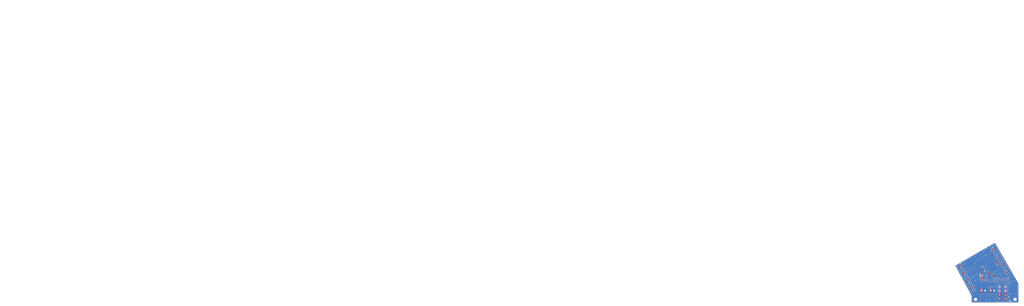
<source format=kicad_pcb>
(kicad_pcb (version 20241229) (generator "pcbnew") (generator_version "9.0")
  (layers (0 "F.Cu" signal) (2 "B.Cu" signal) (13 "F.Paste" user) (15 "B.Paste" user) (5 "F.SilkS" user "F.Silkscreen") (7 "B.SilkS" user "B.Silkscreen") (1 "F.Mask" user) (3 "B.Mask" user) (25 "Edge.Cuts" user))
  (net 0 "")
  (net 1 "+12V")
  (net 2 "GND")
  (net 3 "V+")
  (net 4 "Net-(U1-BOOT)")
  (net 5 "Net-(D3-K)")
  (net 6 "Net-(LED3-A)")
  (net 7 "Vsense")
  (net 9 "+V_SW")
  (footprint "Resistor_SMD:R_0402_1005Metric" (layer "F.Cu") (at 104.25 77.75 30)
    (property "Reference" "R4" (hide yes))
    (property "Value" "22k")
  )
  (footprint "OPL_Capacitor:C0603" (layer "F.Cu") (at 107.833681 88.059044 -150)
    (property "Reference" "C9" (hide yes))
    (property "Value" "0.01u")
  )
  (footprint "LED_SMD:LED_0603_1608Metric_Pad1.05x0.95mm_HandSolder" (layer "F.Cu") (at 101.651924 79.250001 30)
    (property "Reference" "LED3" (hide yes))
    (property "Value" "19-217/GHC-YR1S2/3T")
  )
  (footprint "Connector_JST:JST_VH_B2PS-VH_1x02_P3.96mm_Horizontal" (layer "F.Cu") (at 112.747658 105.711377)
    (property "Reference" "J1" (hide yes))
    (property "Value" "Conn_01x02")
  )
  (footprint "Capacitor_SMD:CP_Elec_10x10" (layer "F.Cu") (at 89.722036 76.00269 -150)
    (property "Reference" "C2" (hide yes))
    (property "Value" "470u")
  )
  (footprint "Potentiometer_SMD:Potentiometer_Bourns_3314J_Vertical" (layer "F.Cu") (at 105.45868 83.945424 120)
    (property "Reference" "RV1" (hide yes))
    (property "Value" "20k")
  )
  (footprint "Connector_JST:JST_XH_B2B-XH-A_1x02_P2.50mm_Vertical" (layer "F.Cu") (at 130.642372 84.847722 120)
    (property "Reference" "J6" (hide yes))
    (property "Value" "Conn_01x02")
  )
  (footprint "Connector_JST:JST_VH_B2PS-VH_1x02_P3.96mm_Horizontal" (layer "F.Cu") (at 102.58942 105.740954)
    (property "Reference" "J2" (hide yes))
    (property "Value" "Conn_01x02")
  )
  (footprint "snapeda:CONV_TPS5450DDAR" (layer "F.Cu") (at 109.455571 91.568242 30)
    (property "Reference" "U1" (hide yes))
    (property "Value" "TPS5450DDAR")
  )
  (footprint "Capacitor_SMD:CP_Elec_6.3x7.7" (layer "F.Cu") (at 114.722036 99.00269 180)
    (property "Reference" "C5" (hide yes))
    (property "Value" "100u")
  )
  (footprint "Diode_SMD:D_SMA" (layer "F.Cu") (at 120.374484 85.930234 30)
    (property "Reference" "D3" (hide yes))
    (property "Value" "SS54 550mV@5A 40V")
  )
  (footprint "my_footprint:TP_1PAD" (layer "F.Cu") (at 110.86477 86.309044 120)
    (property "Reference" "TP4" (hide yes))
    (property "Value" "TestPoint")
  )
  (footprint "Connector_JST:JST_XH_B2B-XH-A_1x02_P2.50mm_Vertical" (layer "F.Cu") (at 121.228914 68.487691 120)
    (property "Reference" "J8" (hide yes))
    (property "Value" "Conn_01x02")
  )
  (footprint "Capacitor_SMD:CP_Elec_6.3x7.7" (layer "F.Cu") (at 135.222036 93.00269 180)
    (property "Reference" "C4" (hide yes))
    (property "Value" "220u")
  )
  (footprint "my_footprint:TP_1PAD" (layer "F.Cu") (at 116.045593 88.906374 120)
    (property "Reference" "TP2" (hide yes))
    (property "Value" "TestPoint")
  )
  (footprint "my_footprint:TP_1PAD" (layer "F.Cu") (at 101.610553 88.45269 120)
    (property "Reference" "TP3" (hide yes))
    (property "Value" "TestPoint")
  )
  (footprint "Connector_JST:JST_XH_B2B-XH-A_1x02_P2.50mm_Vertical" (layer "F.Cu") (at 79.089783 78.869964 -62)
    (property "Reference" "J9" (hide yes))
    (property "Value" "Conn_01x02")
  )
  (footprint "Connector_JST:JST_XH_B2B-XH-A_1x02_P2.50mm_Vertical" (layer "F.Cu") (at 116.478914 60.237691 120)
    (property "Reference" "J7" (hide yes))
    (property "Value" "Conn_01x02")
  )
  (footprint "Resistor_SMD:R_0402_1005Metric" (layer "F.Cu") (at 106.23977 78.298309 30)
    (property "Reference" "R1" (hide yes))
    (property "Value" "22k")
  )
  (footprint "Capacitor_SMD:CP_Elec_6.3x5.4" (layer "F.Cu") (at 93.972036 85.75269 -150)
    (property "Reference" "C8" (hide yes))
    (property "Value" "22u")
  )
  (footprint "Connector_JST:JST_XH_B2B-XH-A_1x02_P2.50mm_Vertical" (layer "F.Cu") (at 125.978914 76.737691 120)
    (property "Reference" "J3" (hide yes))
    (property "Value" "Conn_01x02")
  )
  (footprint "Connector_JST:JST_XH_B2B-XH-A_1x02_P2.50mm_Vertical" (layer "F.Cu") (at 91.848744 102.402533 -62)
    (property "Reference" "J5" (hide yes))
    (property "Value" "Conn_01x02")
  )
  (footprint "Capacitor_SMD:CP_Elec_10x10.5" (layer "F.Cu") (at 137.472036 103.75269 90)
    (property "Reference" "C1" (hide yes))
    (property "Value" "1000u")
  )
  (footprint "Capacitor_SMD:CP_Elec_6.3x7.7" (layer "F.Cu") (at 99.722036 68.25269 -150)
    (property "Reference" "C6" (hide yes))
    (property "Value" "220u")
  )
  (footprint "OPL_Capacitor:C0603" (layer "F.Cu") (at 113.514288 89.398146 120)
    (property "Reference" "C3" (hide yes))
    (property "Value" "0.01u")
  )
  (footprint "Capacitor_SMD:CP_Elec_4x5.4" (layer "F.Cu") (at 96.472036 92.25269 -150)
    (property "Reference" "C10" (hide yes))
    (property "Value" "10u")
  )
  (footprint "Connector_JST:JST_XH_B2B-XH-A_1x02_P2.50mm_Vertical" (layer "F.Cu") (at 83.348744 86.652533 -62)
    (property "Reference" "J4" (hide yes))
    (property "Value" "Conn_01x02")
  )
  (footprint "kicad-gemini-generated:Legion VS14-0123ZWZ03-6" (layer "F.Cu") (at 125.737304 108.217331 90)
    (property "Reference" "SW1" (hide yes))
    (property "Value" "VS14-0123ZWZ03-6")
  )
  (footprint "my_footprint:TP_1PAD" (layer "F.Cu") (at 119.022036 74.35269 120)
    (property "Reference" "TP5" (hide yes))
    (property "Value" "TestPoint")
  )
  (footprint "Connector_JST:JST_XH_B2B-XH-A_1x02_P2.50mm_Vertical" (layer "F.Cu") (at 87.598744 94.402533 -62)
    (property "Reference" "J10" (hide yes))
    (property "Value" "Conn_01x02")
  )
  (footprint "Capacitor_SMD:CP_Elec_6.3x7.7" (layer "F.Cu") (at 108.472036 63.25269 -150)
    (property "Reference" "C7" (hide yes))
    (property "Value" "100u")
  )
  (footprint "my_footprint:Inductor_SMD_11.5x10.5" (layer "F.Cu") (at 114.368935 79.378436 120)
    (property "Reference" "L1" (hide yes))
    (property "Value" "22u")
  )
  (footprint "MountingHole:MountingHole_3.2mm_M3" (layer "B.Cu") (at 139.697036 115.40269 180)
    (property "Reference" "H1" (hide yes))
    (property "Value" "MountingHole_M3")
  )
  (footprint "MountingHole:MountingHole_3.2mm_M3" (layer "B.Cu") (at 96.097036 115.40269 180)
    (property "Reference" "H2" (hide yes))
    (property "Value" "MountingHole_M3")
  )
  (footprint "my_footprint:TP_1PAD" (layer "B.Cu") (at 133.972036 115.25269 90)
    (property "Reference" "TP1" (hide yes))
    (property "Value" "TestPoint")
  )
  (gr_line (start 133.619574 91.554296) (end 132.927672 91.563975) (stroke (width 0.36)) (layer "B.SilkS"))
  (gr_line (start 132.927672 91.563975) (end 132.225661 92.254124) (stroke (width 0.36)) (layer "B.SilkS"))
  (gr_line (start 116.83955 96.912329) (end 116.645348 96.905788) (stroke (width 0.108)) (layer "B.SilkS"))
  (gr_line (start 126.779084 96.315769) (end 126.572631 96.513331) (stroke (width 0.108)) (layer "B.SilkS"))
  (gr_line (start 127.966954 95.721356) (end 127.37292 95.72155) (stroke (width 0.108)) (layer "B.SilkS"))
  (gr_line (start 105.784179 94.343794) (end 105.082382 94.347754) (stroke (width 0.36)) (layer "B.SilkS"))
  (gr_line (start 128.745726 94.349625) (end 127.357747 94.353368) (stroke (width 0.36)) (layer "B.SilkS"))
  (gr_line (start 121.212909 95.715386) (end 121.016354 95.918663) (stroke (width 0.108)) (layer "B.SilkS"))
  (gr_line (start 105.904764 95.918012) (end 105.901591 96.312124) (stroke (width 0.108)) (layer "B.SilkS"))
  (gr_line (start 126.978808 95.718377) (end 126.578976 95.725099) (stroke (width 0.108)) (layer "B.SilkS"))
  (gr_line (start 128.57025 96.505213) (end 128.570885 95.726882) (stroke (width 0.108)) (layer "B.SilkS"))
  (gr_line (start 120.613351 96.319505) (end 120.606629 95.919673) (stroke (width 0.108)) (layer "B.SilkS"))
  (gr_line (start 129.958855 95.723142) (end 130.358685 95.716412) (stroke (width 0.108)) (layer "B.SilkS"))
  (gr_line (start 118.430423 95.917075) (end 118.227143 95.720525) (stroke (width 0.108)) (layer "B.SilkS"))
  (gr_line (start 113.452945 96.51446) (end 112.858913 96.514649) (stroke (width 0.108)) (layer "B.SilkS"))
  (gr_line (start 120.019135 95.725665) (end 119.818397 95.913329) (stroke (width 0.108)) (layer "B.SilkS"))
  (gr_line (start 132.14433 96.509789) (end 132.738362 96.5096) (stroke (width 0.108)) (layer "B.SilkS"))
  (gr_line (start 132.350589 95.718192) (end 132.144141 95.915757) (stroke (width 0.108)) (layer "B.SilkS"))
  (gr_line (start 122.804983 95.723896) (end 122.410866 95.72072) (stroke (width 0.108)) (layer "B.SilkS"))
  (gr_line (start 119.02109 95.716971) (end 118.821173 95.720328) (stroke (width 0.108)) (layer "B.SilkS"))
  (gr_line (start 109.875309 95.715942) (end 109.281282 95.716134) (stroke (width 0.108)) (layer "B.SilkS"))
  (gr_line (start 118.2307 96.514467) (end 118.42725 96.311187) (stroke (width 0.108)) (layer "B.SilkS"))
  (gr_line (start 115.444849 96.51624) (end 115.844676 96.509515) (stroke (width 0.108)) (layer "B.SilkS"))
  (gr_line (start 132.94481 96.312035) (end 132.741533 96.11548) (stroke (width 0.108)) (layer "B.SilkS"))
  (gr_line (start 120.412618 96.507172) (end 120.613351 96.319505) (stroke (width 0.108)) (layer "B.SilkS"))
  (gr_line (start 106.299068 96.515212) (end 106.295519 95.721268) (stroke (width 0.108)) (layer "B.SilkS"))
  (gr_line (start 117.619913 92.954662) (end 118.312026 92.258799) (stroke (width 0.36)) (layer "B.SilkS"))
  (gr_line (start 128.170231 95.917911) (end 127.966954 95.721356) (stroke (width 0.108)) (layer "B.SilkS"))
  (gr_line (start 108.687442 96.31035) (end 108.490892 96.51363) (stroke (width 0.108)) (layer "B.SilkS"))
  (gr_line (start 117.629943 96.114829) (end 118.423885 96.111272) (stroke (width 0.108)) (layer "B.SilkS"))
  (gr_line (start 127.357747 94.353368) (end 126.657708 93.64564) (stroke (width 0.36)) (layer "B.SilkS"))
  (gr_line (start 100.904595 93.651481) (end 101.610352 94.349306) (stroke (width 0.36)) (layer "B.SilkS"))
  (gr_line (start 118.227143 95.720525) (end 117.833026 95.717349) (stroke (width 0.108)) (layer "B.SilkS"))
  (gr_line (start 117.032735 96.509135) (end 116.438708 96.509326) (stroke (width 0.108)) (layer "B.SilkS"))
  (gr_line (start 102.72499 96.510644) (end 102.721436 95.716697) (stroke (width 0.108)) (layer "B.SilkS"))
  (gr_line (start 117.232466 95.911741) (end 117.239188 96.311572) (stroke (width 0.108)) (layer "B.SilkS"))
  (gr_line (start 117.83658 96.511295) (end 118.2307 96.514467) (stroke (width 0.108)) (layer "B.SilkS"))
  (gr_line (start 132.741533 96.11548) (end 132.147506 96.115672) (stroke (width 0.108)) (layer "B.SilkS"))
  (gr_line (start 131.5298 91.562006) (end 130.837685 92.257862) (stroke (width 0.36)) (layer "B.SilkS"))
  (gr_line (start 121.410471 95.921839) (end 121.410663 96.515866) (stroke (width 0.108)) (layer "B.SilkS"))
  (gr_line (start 115.25046 95.915675) (end 115.25382 96.115587) (stroke (width 0.108)) (layer "B.SilkS"))
  (gr_line (start 124.575843 91.559396) (end 124.577616 94.345246) (stroke (width 0.36)) (layer "B.SilkS"))
  (gr_line (start 105.901591 96.312124) (end 105.705041 96.515404) (stroke (width 0.108)) (layer "B.SilkS"))
  (gr_line (start 128.749664 91.553881) (end 129.439813 92.255893) (stroke (width 0.36)) (layer "B.SilkS"))
  (gr_line (start 115.25382 96.115587) (end 116.042049 96.121936) (stroke (width 0.108)) (layer "B.SilkS"))
  (gr_line (start 102.718263 96.110809) (end 102.321609 95.723422) (stroke (width 0.108)) (layer "B.SilkS"))
  (gr_line (start 126.178516 96.510163) (end 125.784399 96.506987) (stroke (width 0.108)) (layer "B.SilkS"))
  (gr_line (start 115.441295 95.722293) (end 115.25046 95.915675) (stroke (width 0.108)) (layer "B.SilkS"))
  (gr_line (start 110.072874 95.922391) (end 109.875309 95.715942) (stroke (width 0.108)) (layer "B.SilkS"))
  (gr_line (start 129.164282 96.505024) (end 128.57025 96.505213) (stroke (width 0.108)) (layer "B.SilkS"))
  (gr_line (start 116.645348 96.905788) (end 116.442073 96.709241) (stroke (width 0.108)) (layer "B.SilkS"))
  (gr_line (start 105.107455 95.721646) (end 105.701487 95.721457) (stroke (width 0.108)) (layer "B.SilkS"))
  (gr_line (start 122.483879 93.651156) (end 122.485853 92.253287) (stroke (width 0.36)) (layer "B.SilkS"))
  (gr_line (start 122.207778 96.118197) (end 123.001725 96.114643) (stroke (width 0.108)) (layer "B.SilkS"))
  (gr_line (start 131.546749 95.716034) (end 131.744309 95.922479) (stroke (width 0.108)) (layer "B.SilkS"))
  (gr_line (start 119.421927 96.119971) (end 119.02109 95.716971) (stroke (width 0.108)) (layer "B.SilkS"))
  (gr_line (start 122.99836 95.914729) (end 122.804983 95.723896) (stroke (width 0.108)) (layer "B.SilkS"))
  (gr_line (start 101.133546 95.7238) (end 100.932812 95.911467) (stroke (width 0.108)) (layer "B.SilkS"))
  (gr_line (start 121.81049 96.509141) (end 121.806941 95.715197) (stroke (width 0.108)) (layer "B.SilkS"))
  (gr_line (start 121.791766 94.34702) (end 122.483879 93.651156) (stroke (width 0.36)) (layer "B.SilkS"))
  (gr_line (start 132.225661 92.254124) (end 132.233369 94.34389) (stroke (width 0.36)) (layer "B.SilkS"))
  (gr_line (start 126.657708 93.64564) (end 126.653962 92.257666) (stroke (width 0.36)) (layer "B.SilkS"))
  (gr_line (start 111.870767 96.511669) (end 112.264887 96.514841) (stroke (width 0.108)) (layer "B.SilkS"))
  (gr_line (start 119.818397 95.913329) (end 119.821762 96.113244) (stroke (width 0.108)) (layer "B.SilkS"))
  (gr_line (start 130.952717 95.716223) (end 131.546749 95.716034) (stroke (width 0.108)) (layer "B.SilkS"))
  (gr_line (start 119.418759 96.514086) (end 119.415205 95.720139) (stroke (width 0.108)) (layer "B.SilkS"))
  (gr_line (start 132.144141 95.915757) (end 132.14433 96.509789) (stroke (width 0.108)) (layer "B.SilkS"))
  (gr_line (start 101.127196 96.512029) (end 101.527033 96.50531) (stroke (width 0.108)) (layer "B.SilkS"))
  (gr_line (start 107.08965 96.311743) (end 106.8931 96.515023) (stroke (width 0.108)) (layer "B.SilkS"))
  (gr_line (start 109.967901 94.34399) (end 107.170379 91.554198) (stroke (width 0.36)) (layer "B.SilkS"))
  (gr_line (start 118.312026 92.258799) (end 117.621885 91.556785) (stroke (width 0.36)) (layer "B.SilkS"))
  (gr_line (start 119.697811 94.339112) (end 121.791766 94.34702) (stroke (width 0.36)) (layer "B.SilkS"))
  (gr_line (start 116.035516 96.316136) (end 116.038687 95.922016) (stroke (width 0.108)) (layer "B.SilkS"))
  (gr_line (start 113.652668 95.917068) (end 113.649495 96.31118) (stroke (width 0.108)) (layer "B.SilkS"))
  (gr_line (start 103.70428 90.85967) (end 102.998526 90.16184) (stroke (width 0.36)) (layer "B.SilkS"))
  (gr_line (start 101.721039 95.917808) (end 101.533372 95.717075) (stroke (width 0.108)) (layer "B.SilkS"))
  (gr_line (start 118.309838 94.342858) (end 116.220067 94.350562) (stroke (width 0.36)) (layer "B.SilkS"))
  (gr_line (start 112.264887 96.514841) (end 112.461436 96.311561) (stroke (width 0.108)) (layer "B.SilkS"))
  (gr_line (start 101.727766 96.317643) (end 101.721039 95.917808) (stroke (width 0.108)) (layer "B.SilkS"))
  (gr_line (start 125.273694 94.351183) (end 123.875819 94.349206) (stroke (width 0.36)) (layer "B.SilkS"))
  (gr_line (start 101.610352 94.349306) (end 102.998331 94.345563) (stroke (width 0.36)) (layer "B.SilkS"))
  (gr_line (start 115.841122 95.715568) (end 115.441295 95.722293) (stroke (width 0.108)) (layer "B.SilkS"))
  (gr_line (start 126.775531 95.521822) (end 126.779084 96.315769) (stroke (width 0.108)) (layer "B.SilkS"))
  (gr_line (start 112.261333 95.720894) (end 111.867213 95.717723) (stroke (width 0.108)) (layer "B.SilkS"))
  (gr_line (start 107.172152 94.340049) (end 109.967901 94.34399) (stroke (width 0.36)) (layer "B.SilkS"))
  (gr_line (start 109.882039 96.115772) (end 110.072874 95.922391) (stroke (width 0.108)) (layer "B.SilkS"))
  (gr_line (start 127.576388 96.512132) (end 127.373111 96.315577) (stroke (width 0.108)) (layer "B.SilkS"))
  (gr_line (start 121.789992 91.561169) (end 119.696038 91.553261) (stroke (width 0.36)) (layer "B.SilkS"))
  (gr_line (start 113.449391 95.720513) (end 113.652668 95.917068) (stroke (width 0.108)) (layer "B.SilkS"))
  (gr_line (start 125.381207 96.313797) (end 125.190372 96.507179) (stroke (width 0.108)) (layer "B.SilkS"))
  (gr_line (start 127.973677 96.121188) (end 128.170231 95.917911) (stroke (width 0.108)) (layer "B.SilkS"))
  (gr_line (start 116.038687 95.922016) (end 115.841122 95.715568) (stroke (width 0.108)) (layer "B.SilkS"))
  (gr_line (start 108.084335 96.120525) (end 107.693391 95.723237) (stroke (width 0.108)) (layer "B.SilkS"))
  (gr_line (start 108.88145 95.722856) (end 108.487335 95.719688) (stroke (width 0.108)) (layer "B.SilkS"))
  (gr_line (start 103.700344 93.655422) (end 100.908536 90.855732) (stroke (width 0.36)) (layer "B.SilkS"))
  (gr_line (start 129.764847 96.310635) (end 129.768018 95.916515) (stroke (width 0.108)) (layer "B.SilkS"))
  (gr_line (start 124.56813 89.469627) (end 124.577812 90.161524) (stroke (width 0.36)) (layer "B.SilkS"))
  (gr_line (start 111.670663 95.921003) (end 111.664125 96.1152) (stroke (width 0.108)) (layer "B.SilkS"))
  (gr_line (start 109.266305 90.164229) (end 109.962166 90.856347) (stroke (width 0.36)) (layer "B.SilkS"))
  (gr_line (start 117.239188 96.311572) (end 117.032735 96.509135) (stroke (width 0.108)) (layer "B.SilkS"))
  (gr_line (start 121.410471 95.921839) (end 121.212909 95.715386) (stroke (width 0.108)) (layer "B.SilkS"))
  (gr_line (start 121.607021 95.718559) (end 121.410471 95.921839) (stroke (width 0.108)) (layer "B.SilkS"))
  (gr_line (start 129.364824 95.723331) (end 129.365015 96.317358) (stroke (width 0.108)) (layer "B.SilkS"))
  (gr_line (start 109.487922 96.112596) (end 109.882039 96.115772) (stroke (width 0.108)) (layer "B.SilkS"))
  (gr_line (start 129.365015 96.317358) (end 129.164282 96.505024) (stroke (width 0.108)) (layer "B.SilkS"))
  (gr_line (start 125.27192 91.565332) (end 124.575843 91.559396) (stroke (width 0.36)) (layer "B.SilkS"))
  (gr_line (start 118.42725 96.311187) (end 118.430423 95.917075) (stroke (width 0.108)) (layer "B.SilkS"))
  (gr_line (start 125.984949 95.725291) (end 125.978604 96.513523) (stroke (width 0.108)) (layer "B.SilkS"))
  (gr_line (start 103.713137 96.513623) (end 103.119105 96.513812) (stroke (width 0.108)) (layer "B.SilkS"))
  (gr_line (start 122.995191 96.308844) (end 122.99836 95.914729) (stroke (width 0.108)) (layer "B.SilkS"))
  (gr_line (start 100.908536 90.855732) (end 100.904595 93.651481) (stroke (width 0.36)) (layer "B.SilkS"))
  (gr_line (start 122.485853 92.253287) (end 121.789992 91.561169) (stroke (width 0.36)) (layer "B.SilkS"))
  (gr_line (start 127.579565 96.118015) (end 127.973677 96.121188) (stroke (width 0.108)) (layer "B.SilkS"))
  (gr_line (start 105.790113 93.647709) (end 105.784179 94.343794) (stroke (width 0.36)) (layer "B.SilkS"))
  (gr_line (start 102.998526 90.16184) (end 101.610553 90.165586) (stroke (width 0.36)) (layer "B.SilkS"))
  (gr_line (start 129.962412 96.517084) (end 129.764847 96.310635) (stroke (width 0.108)) (layer "B.SilkS"))
  (gr_line (start 131.550298 96.509978) (end 130.956271 96.51017) (stroke (width 0.108)) (layer "B.SilkS"))
  (gr_line (start 130.358685 95.716412) (end 130.556247 95.922865) (stroke (width 0.108)) (layer "B.SilkS"))
  (gr_line (start 107.170379 91.554198) (end 107.176315 90.858121) (stroke (width 0.36)) (layer "B.SilkS"))
  (gr_line (start 103.909495 95.716316) (end 103.909687 96.310343) (stroke (width 0.108)) (layer "B.SilkS"))
  (gr_line (start 131.746853 96.306701) (end 131.550298 96.509978) (stroke (width 0.108)) (layer "B.SilkS"))
  (gr_line (start 130.362239 96.510359) (end 129.962412 96.517084) (stroke (width 0.108)) (layer "B.SilkS"))
  (gr_line (start 124.592787 95.713421) (end 125.186818 95.713232) (stroke (width 0.108)) (layer "B.SilkS"))
  (gr_line (start 103.119105 96.513812) (end 103.115551 95.719865) (stroke (width 0.108)) (layer "B.SilkS"))
  (gr_line (start 127.361693 91.557622) (end 128.749664 91.553881) (stroke (width 0.36)) (layer "B.SilkS"))
  (gr_line (start 104.513617 96.315869) (end 104.307164 96.513431) (stroke (width 0.108)) (layer "B.SilkS"))
  (gr_line (start 111.664125 96.1152) (end 112.458071 96.111646) (stroke (width 0.108)) (layer "B.SilkS"))
  (gr_line (start 132.225661 92.254124) (end 131.5298 91.562006) (stroke (width 0.36)) (layer "B.SilkS"))
  (gr_line (start 130.837685 92.257862) (end 130.835492 94.341918) (stroke (width 0.36)) (layer "B.SilkS"))
  (gr_line (start 116.442073 96.709241) (end 116.445052 95.721094) (stroke (width 0.108)) (layer "B.SilkS"))
  (gr_line (start 102.321609 95.723422) (end 102.127404 95.716886) (stroke (width 0.108)) (layer "B.SilkS"))
  (gr_line (start 107.176315 90.858121) (end 107.868433 90.16226) (stroke (width 0.36)) (layer "B.SilkS"))
  (gr_line (start 112.865258 95.726417) (end 113.449391 95.720513) (stroke (width 0.108)) (layer "B.SilkS"))
  (gr_line (start 121.806941 95.715197) (end 121.607021 95.718559) (stroke (width 0.108)) (layer "B.SilkS"))
  (gr_line (start 129.443556 93.643871) (end 128.745726 94.349625) (stroke (width 0.36)) (layer "B.SilkS"))
  (gr_line (start 101.610553 90.165586) (end 100.908536 90.855732) (stroke (width 0.36)) (layer "B.SilkS"))
  (gr_line (start 125.186818 95.713232) (end 125.384381 95.919685) (stroke (width 0.108)) (layer "B.SilkS"))
  (gr_line (start 116.222036 92.95269) (end 117.619913 92.954662) (stroke (width 0.36)) (layer "B.SilkS"))
  (gr_line (start 110.073063 96.516422) (end 109.484751 96.506716) (stroke (width 0.108)) (layer "B.SilkS"))
  (gr_line (start 117.636476 95.920629) (end 117.629943 96.114829) (stroke (width 0.108)) (layer "B.SilkS"))
  (gr_line (start 128.17042 96.511943) (end 127.576388 96.512132) (stroke (width 0.108)) (layer "B.SilkS"))
  (gr_line (start 114.840919 96.510714) (end 114.847263 95.722482) (stroke (width 0.108)) (layer "B.SilkS"))
  (gr_line (start 105.082382 94.347754) (end 105.088318 93.651676) (stroke (width 0.36)) (layer "B.SilkS"))
  (gr_line (start 119.70219 90.171002) (end 119.697811 94.339112) (stroke (width 0.36)) (layer "B.SilkS"))
  (gr_line (start 125.984757 95.131264) (end 125.978219 95.325461) (stroke (width 0.108)) (layer "B.SilkS"))
  (gr_line (start 107.089461 95.717711) (end 107.08965 96.311743) (stroke (width 0.108)) (layer "B.SilkS"))
  (gr_line (start 120.606629 95.919673) (end 120.418962 95.71894) (stroke (width 0.108)) (layer "B.SilkS"))
  (gr_line (start 116.220067 94.350562) (end 115.529921 93.648546) (stroke (width 0.36)) (layer "B.SilkS"))
  (gr_line (start 101.527033 96.50531) (end 101.727766 96.317643) (stroke (width 0.108)) (layer "B.SilkS"))
  (gr_line (start 122.410866 95.72072) (end 122.204418 95.918285) (stroke (width 0.108)) (layer "B.SilkS"))
  (gr_line (start 126.653962 92.257666) (end 127.361693 91.557622) (stroke (width 0.36)) (layer "B.SilkS"))
  (gr_line (start 132.744706 95.721368) (end 132.350589 95.718192) (stroke (width 0.108)) (layer "B.SilkS"))
  (gr_line (start 131.744309 95.922479) (end 131.746853 96.306701) (stroke (width 0.108)) (layer "B.SilkS"))
  (gr_line (start 114.062396 95.916053) (end 114.062585 96.510085) (stroke (width 0.108)) (layer "B.SilkS"))
  (gr_line (start 103.700344 93.655422) (end 103.70428 90.85967) (stroke (width 0.36)) (layer "B.SilkS"))
  (gr_line (start 127.373111 96.315577) (end 127.579565 96.118015) (stroke (width 0.108)) (layer "B.SilkS"))
  (gr_line (start 102.998331 94.345563) (end 103.700344 93.655422) (stroke (width 0.36)) (layer "B.SilkS"))
  (gr_line (start 107.693391 95.723237) (end 107.499191 95.716704) (stroke (width 0.108)) (layer "B.SilkS"))
  (gr_line (start 119.821762 96.113244) (end 120.609991 96.119593) (stroke (width 0.108)) (layer "B.SilkS"))
  (gr_line (start 125.190372 96.507179) (end 124.59634 96.507368) (stroke (width 0.108)) (layer "B.SilkS"))
  (gr_line (start 117.621885 91.556785) (end 115.522213 91.55878) (stroke (width 0.36)) (layer "B.SilkS"))
  (gr_line (start 112.46461 95.917449) (end 112.261333 95.720894) (stroke (width 0.108)) (layer "B.SilkS"))
  (gr_line (start 114.253237 95.722674) (end 114.062396 95.916053) (stroke (width 0.108)) (layer "B.SilkS"))
  (gr_line (start 132.738362 96.5096) (end 132.94481 96.312035) (stroke (width 0.108)) (layer "B.SilkS"))
  (gr_line (start 125.384381 95.919685) (end 125.381207 96.313797) (stroke (width 0.108)) (layer "B.SilkS"))
  (gr_line (start 120.018501 96.503996) (end 120.412618 96.507172) (stroke (width 0.108)) (layer "B.SilkS"))
  (gr_line (start 105.088318 93.651676) (end 105.790113 93.647709) (stroke (width 0.36)) (layer "B.SilkS"))
  (gr_line (start 115.844676 96.509515) (end 116.035516 96.316136) (stroke (width 0.108)) (layer "B.SilkS"))
  (gr_line (start 116.445052 95.721094) (end 117.039084 95.720905) (stroke (width 0.108)) (layer "B.SilkS"))
  (gr_line (start 111.867213 95.717723) (end 111.670663 95.921003) (stroke (width 0.108)) (layer "B.SilkS"))
  (gr_line (start 108.683885 95.516408) (end 108.687442 96.31035) (stroke (width 0.108)) (layer "B.SilkS"))
  (gr_line (start 104.71334 95.718477) (end 104.313513 95.725202) (stroke (width 0.108)) (layer "B.SilkS"))
  (gr_line (start 122.798637 96.512121) (end 122.995191 96.308844) (stroke (width 0.108)) (layer "B.SilkS"))
  (gr_line (start 100.932812 95.911467) (end 100.936172 96.111379) (stroke (width 0.108)) (layer "B.SilkS"))
  (gr_line (start 105.701487 95.721457) (end 105.904764 95.918012) (stroke (width 0.108)) (layer "B.SilkS"))
  (gr_line (start 130.556247 95.922865) (end 130.553079 96.31698) (stroke (width 0.108)) (layer "B.SilkS"))
  (gr_line (start 120.418962 95.71894) (end 120.019135 95.725665) (stroke (width 0.108)) (layer "B.SilkS"))
  (gr_line (start 105.705041 96.515404) (end 105.111009 96.515592) (stroke (width 0.108)) (layer "B.SilkS"))
  (gr_line (start 126.184861 95.721931) (end 125.984949 95.725291) (stroke (width 0.108)) (layer "B.SilkS"))
  (gr_line (start 113.649495 96.31118) (end 113.452945 96.51446) (stroke (width 0.108)) (layer "B.SilkS"))
  (gr_line (start 117.039084 95.720905) (end 117.232466 95.911741) (stroke (width 0.108)) (layer "B.SilkS"))
  (gr_line (start 114.847263 95.722482) (end 114.253237 95.722674) (stroke (width 0.108)) (layer "B.SilkS"))
  (gr_line (start 133.621342 94.340144) (end 133.619574 91.554296) (stroke (width 0.36)) (layer "B.SilkS"))
  (gr_line (start 117.833026 95.717349) (end 117.636476 95.920629) (stroke (width 0.108)) (layer "B.SilkS"))
  (gr_line (start 122.204418 95.918285) (end 122.207778 96.118197) (stroke (width 0.108)) (layer "B.SilkS"))
  (gr_line (start 101.533372 95.717075) (end 101.133546 95.7238) (stroke (width 0.108)) (layer "B.SilkS"))
  (gr_line (start 109.281474 96.310161) (end 109.487922 96.112596) (stroke (width 0.108)) (layer "B.SilkS"))
  (gr_line (start 121.016354 95.918663) (end 121.016548 96.512698) (stroke (width 0.108)) (layer "B.SilkS"))
  (gr_line (start 106.8931 96.515023) (end 106.299068 96.515212) (stroke (width 0.108)) (layer "B.SilkS"))
  (gr_line (start 107.868433 90.16226) (end 109.266305 90.164229) (stroke (width 0.36)) (layer "B.SilkS"))
  (gr_line (start 129.439813 92.255893) (end 129.443556 93.643871) (stroke (width 0.36)) (layer "B.SilkS"))
  (gr_line (start 109.484751 96.506716) (end 109.281474 96.310161) (stroke (width 0.108)) (layer "B.SilkS"))
  (gr_line (start 122.404522 96.508952) (end 122.798637 96.512121) (stroke (width 0.108)) (layer "B.SilkS"))
  (gr_line (start 104.510063 95.521922) (end 104.513617 96.315869) (stroke (width 0.108)) (layer "B.SilkS"))
  (gr_line (start 112.461436 96.311561) (end 112.46461 95.917449) (stroke (width 0.108)) (layer "B.SilkS"))
  (gr_line (start 103.909687 96.310343) (end 103.713137 96.513623) (stroke (width 0.108)) (layer "B.SilkS"))
  (gr_line (start 100.936172 96.111379) (end 101.724406 96.117731) (stroke (width 0.108)) (layer "B.SilkS"))
  (gr_line (start 108.086873 96.504744) (end 108.087503 95.72641) (stroke (width 0.108)) (layer "B.SilkS"))
  (gr_line (start 130.553079 96.31698) (end 130.362239 96.510359) (stroke (width 0.108)) (layer "B.SilkS"))
  (gr_line (start 115.529921 93.648546) (end 116.222036 92.95269) (stroke (width 0.36)) (layer "B.SilkS"))
  (gr_line (start 129.768018 95.916515) (end 129.958855 95.723142) (stroke (width 0.108)) (layer "B.SilkS"))
  (gr_line (start 117.622036 52.45269) (end 73.222036 78.05269) (stroke (width 0.05)) (layer "Edge.Cuts"))
  (gr_line (start 135.972036 84.25269) (end 117.622036 52.45269) (stroke (width 0.05)) (layer "Edge.Cuts"))
  (gr_line (start 91.422036 111.65269) (end 91.422036 119.15269) (stroke (width 0.05)) (layer "Edge.Cuts"))
  (gr_line (start 143.722036 119.25269) (end 143.69224 97.634377) (stroke (width 0.05)) (layer "Edge.Cuts"))
  (gr_line (start 91.422036 119.15269) (end 143.722036 119.25269) (stroke (width 0.05)) (layer "Edge.Cuts"))
  (gr_line (start 73.222036 78.05269) (end 91.422036 111.65269) (stroke (width 0.05)) (layer "Edge.Cuts"))
  (gr_line (start 135.972036 84.25269) (end 143.69224 97.634377) (stroke (width 0.05)) (layer "Edge.Cuts"))
  (gr_text "+" (at 85.922036 85.45269 0) (layer "F.SilkS") (effects (font (size 1 1) (thickness 0.25) (bold yes)) (justify left bottom)))
  (gr_text "+" (at 101.822036 103.25269 0) (layer "F.SilkS") (effects (font (size 1 1) (thickness 0.25) (bold yes)) (justify left bottom)))
  (gr_text "L" (at 110.222036 85.25269 30) (layer "F.SilkS") (effects (font (size 1 1) (thickness 0.2) (bold yes)) (justify left bottom)))
  (gr_text "Vout" (at 119.022036 75.85269 300) (layer "F.SilkS") (effects (font (size 0.8 0.8) (thickness 0.2) (bold yes)) (justify left bottom)))
  (gr_text "+" (at 112.022036 103.75269 0) (layer "F.SilkS") (effects (font (size 1 1) (thickness 0.25) (bold yes)) (justify left bottom)))
  (gr_text "S" (at 100.722036 87.95269 30) (layer "F.SilkS") (effects (font (size 1 1) (thickness 0.2) (bold yes)) (justify left bottom)))
  (gr_text "+" (at 117.222036 70.75269 0) (layer "F.SilkS") (effects (font (size 1 1) (thickness 0.25) (bold yes)) (justify left bottom)))
  (gr_text "+" (at 94.364069 101.05269 0) (layer "F.SilkS") (effects (font (size 1 1) (thickness 0.25) (bold yes)) (justify left bottom)))
  (gr_text "+" (at 121.822036 79.05269 0) (layer "F.SilkS") (effects (font (size 1 1) (thickness 0.25) (bold yes)) (justify left bottom)))
  (gr_text "In" (at 114.771074 88.198842 30) (layer "F.SilkS") (effects (font (size 1 1) (thickness 0.2) (bold yes)) (justify left bottom)))
  (gr_text "+" (at 112.700901 62.489799 0) (layer "F.SilkS") (effects (font (size 1 1) (thickness 0.25) (bold yes)) (justify left bottom)))
  (gr_text "+" (at 81.605108 77.25269 0) (layer "F.SilkS") (effects (font (size 1 1) (thickness 0.25) (bold yes)) (justify left bottom)))
  (gr_text "+" (at 90.114069 93.05269 0) (layer "F.SilkS") (effects (font (size 1 1) (thickness 0.25) (bold yes)) (justify left bottom)))
  (gr_text "+" (at 126.622036 87.05269 0) (layer "F.SilkS") (effects (font (size 1 1) (thickness 0.25) (bold yes)) (justify left bottom)))
  (gr_text "GND" (at 132.472036 118.00269 0) (layer "F.SilkS") (effects (font (size 1 1) (thickness 0.2) (bold yes)) (justify left bottom)))
  (gr_text "ON" (at 133.222036 113.75269 90) (layer "F.SilkS") (effects (font (size 1 1) (thickness 0.2) (bold yes)) (justify left bottom)))
  (segment (start 113.895288 90.525942) (end 114.622036 91.25269) (width 0.5) (layer "F.Cu") (net 2))
  (segment (start 106.422036 82.176729) (end 106.422036 81.05269) (width 0.2) (layer "F.Cu") (net 2))
  (segment (start 100.894152 79.687501) (end 100.081653 80.5) (width 0.5) (layer "F.Cu") (net 2))
  (segment (start 109.455571 91.568242) (end 111.006484 91.568242) (width 0.2) (layer "F.Cu") (net 2))
  (segment (start 111.526818 91.35269) (end 112.11134 90.768168) (width 0.2) (layer "F.Cu") (net 2))
  (segment (start 111.222036 91.35269) (end 111.526818 91.35269) (width 0.2) (layer "F.Cu") (net 2))
  (segment (start 112.111339 90.768168) (end 113.516899 89.956668) (width 0.5) (layer "F.Cu") (net 2))
  (segment (start 107.190731 82.945424) (end 106.422036 82.176729) (width 0.2) (layer "F.Cu") (net 2))
  (segment (start 107.783465 82.35269) (end 107.190731 82.945424) (width 0.2) (layer "F.Cu") (net 2))
  (segment (start 113.895288 90.058057) (end 113.895288 90.525942) (width 0.5) (layer "F.Cu") (net 2))
  (segment (start 111.006484 91.568242) (end 111.222036 91.35269) (width 0.2) (layer "F.Cu") (net 2))
  (segment (start 100.081653 80.5) (end 99.75 80.5) (width 0.5) (layer "F.Cu") (net 2))
  (segment (start 113.516899 89.956668) (end 113.895288 90.058057) (width 0.5) (layer "F.Cu") (net 2))
  (via (at 95.122036 94.95269) (size 0.6) (drill 0.3) (layers "F.Cu" "B.Cu") (net 2))
  (via (at 108.122036 65.95269) (size 0.6) (drill 0.3) (layers "F.Cu" "B.Cu") (net 2))
  (via (at 96.122036 68.35269) (size 0.6) (drill 0.3) (layers "F.Cu" "B.Cu") (net 2))
  (via (at 99.322036 70.45269) (size 0.6) (drill 0.3) (layers "F.Cu" "B.Cu") (net 2))
  (via (at 134.722036 98.50269) (size 0.6) (drill 0.3) (layers "F.Cu" "B.Cu") (net 2))
  (via (at 110.722036 100.75269) (size 0.6) (drill 0.3) (layers "F.Cu" "B.Cu") (net 2))
  (via (at 110.722036 101.75269) (size 0.6) (drill 0.3) (layers "F.Cu" "B.Cu") (net 2))
  (via (at 114.422036 100.75269) (size 0.6) (drill 0.3) (layers "F.Cu" "B.Cu") (net 2))
  (via (at 84.922036 76.45269) (size 0.6) (drill 0.3) (layers "F.Cu" "B.Cu") (net 2))
  (via (at 114.422036 101.65269) (size 0.6) (drill 0.3) (layers "F.Cu" "B.Cu") (net 2))
  (via (at 86.522036 75.45269) (size 0.6) (drill 0.3) (layers "F.Cu" "B.Cu") (net 2))
  (via (at 120.722036 84.00269) (size 0.6) (drill 0.3) (layers "F.Cu" "B.Cu") (net 2))
  (via (at 133.722036 95.75269) (size 0.6) (drill 0.3) (layers "F.Cu" "B.Cu") (net 2))
  (via (at 133.722036 98.50269) (size 0.6) (drill 0.3) (layers "F.Cu" "B.Cu") (net 2))
  (via (at 96.922036 71.65269) (size 0.6) (drill 0.3) (layers "F.Cu" "B.Cu") (net 2))
  (via (at 124.722036 88.00269) (size 0.6) (drill 0.3) (layers "F.Cu" "B.Cu") (net 2))
  (via (at 106.422036 81.05269) (size 0.6) (drill 0.3) (layers "F.Cu" "B.Cu") (net 2))
  (via (at 106.522036 66.95269) (size 0.6) (drill 0.3) (layers "F.Cu" "B.Cu") (net 2))
  (via (at 91.722036 85.15269) (size 0.6) (drill 0.3) (layers "F.Cu" "B.Cu") (net 2))
  (via (at 123.972036 85.75269) (size 0.6) (drill 0.3) (layers "F.Cu" "B.Cu") (net 2))
  (via (at 122.972036 87.50269) (size 0.6) (drill 0.3) (layers "F.Cu" "B.Cu") (net 2))
  (via (at 112.522036 101.65269) (size 0.6) (drill 0.3) (layers "F.Cu" "B.Cu") (net 2))
  (via (at 123.972036 87.75269) (size 0.6) (drill 0.3) (layers "F.Cu" "B.Cu") (net 2))
  (via (at 90.922036 85.55269) (size 0.6) (drill 0.3) (layers "F.Cu" "B.Cu") (net 2))
  (via (at 123.722036 87.00269) (size 0.6) (drill 0.3) (layers "F.Cu" "B.Cu") (net 2))
  (via (at 97.822036 71.45269) (size 0.6) (drill 0.3) (layers "F.Cu" "B.Cu") (net 2))
  (via (at 107.022036 65.75269) (size 0.6) (drill 0.3) (layers "F.Cu" "B.Cu") (net 2))
  (via (at 94.422036 95.45269) (size 0.6) (drill 0.3) (layers "F.Cu" "B.Cu") (net 2))
  (via (at 92.722036 92.55269) (size 0.6) (drill 0.3) (layers "F.Cu" "B.Cu") (net 2))
  (via (at 123.222036 88.25269) (size 0.6) (drill 0.3) (layers "F.Cu" "B.Cu") (net 2))
  (via (at 85.822036 80.45269) (size 0.6) (drill 0.3) (layers "F.Cu" "B.Cu") (net 2))
  (via (at 105.822036 67.35269) (size 0.6) (drill 0.3) (layers "F.Cu" "B.Cu") (net 2))
  (via (at 123.972036 88.50269) (size 0.6) (drill 0.3) (layers "F.Cu" "B.Cu") (net 2))
  (via (at 104.022036 63.95269) (size 0.6) (drill 0.3) (layers "F.Cu" "B.Cu") (net 2))
  (via (at 92.722036 88.35269) (size 0.6) (drill 0.3) (layers "F.Cu" "B.Cu") (net 2))
  (via (at 89.522036 86.35269) (size 0.6) (drill 0.3) (layers "F.Cu" "B.Cu") (net 2))
  (via (at 121.472036 83.50269) (size 0.6) (drill 0.3) (layers "F.Cu" "B.Cu") (net 2))
  (via (at 134.722036 97.50269) (size 0.6) (drill 0.3) (layers "F.Cu" "B.Cu") (net 2))
  (via (at 85.722036 75.95269) (size 0.6) (drill 0.3) (layers "F.Cu" "B.Cu") (net 2))
  (via (at 93.422036 92.05269) (size 0.6) (drill 0.3) (layers "F.Cu" "B.Cu") (net 2))
  (via (at 88.422036 78.95269) (size 0.6) (drill 0.3) (layers "F.Cu" "B.Cu") (net 2))
  (via (at 113.522036 101.65269) (size 0.6) (drill 0.3) (layers "F.Cu" "B.Cu") (net 2))
  (via (at 134.722036 96.75269) (size 0.6) (drill 0.3) (layers "F.Cu" "B.Cu") (net 2))
  (via (at 111.622036 101.75269) (size 0.6) (drill 0.3) (layers "F.Cu" "B.Cu") (net 2))
  (via (at 107.322036 66.45269) (size 0.6) (drill 0.3) (layers "F.Cu" "B.Cu") (net 2))
  (via (at 95.322036 68.75269) (size 0.6) (drill 0.3) (layers "F.Cu" "B.Cu") (net 2))
  (via (at 123.222036 86.25269) (size 0.6) (drill 0.3) (layers "F.Cu" "B.Cu") (net 2))
  (via (at 122.222036 83.00269) (size 0.6) (drill 0.3) (layers "F.Cu" "B.Cu") (net 2))
  (via (at 133.722036 96.75269) (size 0.6) (drill 0.3) (layers "F.Cu" "B.Cu") (net 2))
  (via (at 111.622036 100.75269) (size 0.6) (drill 0.3) (layers "F.Cu" "B.Cu") (net 2))
  (via (at 134.722036 99.50269) (size 0.6) (drill 0.3) (layers "F.Cu" "B.Cu") (net 2))
  (via (at 87.522036 79.45269) (size 0.6) (drill 0.3) (layers "F.Cu" "B.Cu") (net 2))
  (via (at 134.722036 94.75269) (size 0.6) (drill 0.3) (layers "F.Cu" "B.Cu") (net 2))
  (via (at 105.622036 62.95269) (size 0.6) (drill 0.3) (layers "F.Cu" "B.Cu") (net 2))
  (via (at 86.722036 79.95269) (size 0.6) (drill 0.3) (layers "F.Cu" "B.Cu") (net 2))
  (via (at 96.522036 94.15269) (size 0.6) (drill 0.3) (layers "F.Cu" "B.Cu") (net 2))
  (via (at 114.622036 91.25269) (size 0.6) (drill 0.3) (layers "F.Cu" "B.Cu") (net 2))
  (via (at 106.422036 62.55269) (size 0.6) (drill 0.3) (layers "F.Cu" "B.Cu") (net 2))
  (via (at 113.522036 100.75269) (size 0.6) (drill 0.3) (layers "F.Cu" "B.Cu") (net 2))
  (via (at 104.822036 63.45269) (size 0.6) (drill 0.3) (layers "F.Cu" "B.Cu") (net 2))
  (via (at 94.222036 91.65269) (size 0.6) (drill 0.3) (layers "F.Cu" "B.Cu") (net 2))
  (via (at 96.822036 67.95269) (size 0.6) (drill 0.3) (layers "F.Cu" "B.Cu") (net 2))
  (via (at 93.422036 87.85269) (size 0.6) (drill 0.3) (layers "F.Cu" "B.Cu") (net 2))
  (via (at 124.472036 86.50269) (size 0.6) (drill 0.3) (layers "F.Cu" "B.Cu") (net 2))
  (via (at 105.522036 66.65269) (size 0.6) (drill 0.3) (layers "F.Cu" "B.Cu") (net 2))
  (via (at 134.722036 100.50269) (size 0.6) (drill 0.3) (layers "F.Cu" "B.Cu") (net 2))
  (via (at 99.75 80.5) (size 0.6) (drill 0.3) (layers "F.Cu" "B.Cu") (net 2))
  (via (at 94.922036 91.25269) (size 0.6) (drill 0.3) (layers "F.Cu" "B.Cu") (net 2))
  (via (at 91.922036 88.85269) (size 0.6) (drill 0.3) (layers "F.Cu" "B.Cu") (net 2))
  (via (at 90.222036 85.95269) (size 0.6) (drill 0.3) (layers "F.Cu" "B.Cu") (net 2))
  (via (at 133.722036 97.50269) (size 0.6) (drill 0.3) (layers "F.Cu" "B.Cu") (net 2))
  (via (at 106.322036 66.15269) (size 0.6) (drill 0.3) (layers "F.Cu" "B.Cu") (net 2))
  (via (at 124.972036 87.25269) (size 0.6) (drill 0.3) (layers "F.Cu" "B.Cu") (net 2))
  (via (at 97.622036 67.55269) (size 0.6) (drill 0.3) (layers "F.Cu" "B.Cu") (net 2))
  (via (at 133.722036 94.75269) (size 0.6) (drill 0.3) (layers "F.Cu" "B.Cu") (net 2))
  (via (at 112.522036 100.75269) (size 0.6) (drill 0.3) (layers "F.Cu" "B.Cu") (net 2))
  (via (at 134.722036 95.75269) (size 0.6) (drill 0.3) (layers "F.Cu" "B.Cu") (net 2))
  (via (at 107.822036 65.25269) (size 0.6) (drill 0.3) (layers "F.Cu" "B.Cu") (net 2))
  (via (at 122.472036 86.75269) (size 0.6) (drill 0.3) (layers "F.Cu" "B.Cu") (net 2))
  (via (at 98.622036 70.95269) (size 0.6) (drill 0.3) (layers "F.Cu" "B.Cu") (net 2))
  (via (at 95.822036 94.55269) (size 0.6) (drill 0.3) (layers "F.Cu" "B.Cu") (net 2))
  (via (at 91.322036 89.45269) (size 0.6) (drill 0.3) (layers "F.Cu" "B.Cu") (net 2))
  (via (at 84.122036 76.85269) (size 0.6) (drill 0.3) (layers "F.Cu" "B.Cu") (net 2))
  (segment (start 106.164801 91.268464) (end 105.481215 90.084458) (width 0.2) (layer "F.Cu") (net 4))
  (segment (start 105.692715 89.295131) (end 107.173769 88.440044) (width 0.2) (layer "F.Cu") (net 4))
  (segment (start 105.481215 90.084458) (end 105.692715 89.295131) (width 0.2) (layer "F.Cu") (net 4))
  (segment (start 102.409696 78.812501) (end 103.000826 78.812501) (width 0.5) (layer "F.Cu") (net 6))
  (segment (start 103.000826 78.812501) (end 103.808327 78.005) (width 0.5) (layer "F.Cu") (net 6))
  (segment (start 105.711368 85.127439) (end 104.301629 85.941353) (width 0.2) (layer "F.Cu") (net 7))
  (segment (start 103.077327 87.444677) (end 103.329799 86.502439) (width 0.2) (layer "F.Cu") (net 7))
  (segment (start 106.519314 94.406374) (end 105.494795 94.131855) (width 0.2) (layer "F.Cu") (net 7))
  (segment (start 103.077327 87.444677) (end 102.618566 87.444677) (width 0.2) (layer "F.Cu") (net 7))
  (segment (start 103.329799 86.502439) (end 104.301629 85.941353) (width 0.2) (layer "F.Cu") (net 7))
  (segment (start 104.23217 86.200578) (end 104.301629 85.941353) (width 0.2) (layer "F.Cu") (net 7))
  (segment (start 108.069802 94.56802) (end 106.976931 95.198989) (width 0.2) (layer "F.Cu") (net 7))
  (segment (start 106.976931 95.198989) (end 106.519314 94.406374) (width 0.2) (layer "F.Cu") (net 7))
  (segment (start 103.952327 88.960222) (end 103.077327 87.444677) (width 0.2) (layer "F.Cu") (net 7))
  (segment (start 102.618566 87.444677) (end 101.610553 88.45269) (width 0.2) (layer "F.Cu") (net 7))
  (segment (start 105.916428 84.362145) (end 105.711368 85.127439) (width 0.2) (layer "F.Cu") (net 7))
  (segment (start 104.531817 79.284396) (end 104.407454 79.748525) (width 0.2) (layer "F.Cu") (net 7))
  (segment (start 105.798097 78.553309) (end 104.531817 79.284396) (width 0.2) (layer "F.Cu") (net 7))
  (segment (start 103.86082 89.301728) (end 103.952327 88.960222) (width 0.2) (layer "F.Cu") (net 7))
  (via (at 103.86082 89.301728) (size 0.6) (drill 0.3) (layers "F.Cu" "B.Cu") (net 7))
  (via (at 105.494795 94.131855) (size 0.6) (drill 0.3) (layers "F.Cu" "B.Cu") (net 7))
  (via (at 104.407454 79.748525) (size 0.6) (drill 0.3) (layers "F.Cu" "B.Cu") (net 7))
  (via (at 105.916428 84.362145) (size 0.6) (drill 0.3) (layers "F.Cu" "B.Cu") (net 7))
  (segment (start 104.407454 79.748525) (end 104.041428 81.11455) (width 0.2) (layer "B.Cu") (net 7))
  (segment (start 105.494795 94.131855) (end 105.142871 94.131855) (width 0.2) (layer "B.Cu") (net 7))
  (segment (start 104.041428 81.11455) (end 105.916428 84.362145) (width 0.2) (layer "B.Cu") (net 7))
  (segment (start 105.494795 94.131855) (end 103.494795 90.667753) (width 0.2) (layer "B.Cu") (net 7))
  (segment (start 103.494795 90.667753) (end 103.86082 89.301728) (width 0.2) (layer "B.Cu") (net 7))
  (segment (start 111.476339 89.668316) (end 113.101869 88.729816) (width 0.5) (layer "F.Cu") (net 9))
  (segment (start 113.101869 88.729816) (end 113.133288 88.738234) (width 0.5) (layer "F.Cu") (net 9))
  (zone (net 3) (net_name "V+") (layer "F.Cu") (connect_pads yes (clearance 0.5)) (min_thickness 0.25) (fill yes (thermal_gap 0.5) (thermal_bridge_width 0.5))
    (polygon (pts (xy 117.722036 52.50269) (xy 73.222036 78.00269) (xy 91.472036 111.75269) (xy 91.472036 119.25269) (xy 143.722036 119.25269) (xy 143.722036 97.50269)))
  )
  (zone (net 9) (net_name "+V_SW") (layer "F.Cu") (priority 1) (connect_pads yes (clearance 0.5)) (min_thickness 0.25) (fill yes (thermal_gap 0.5) (thermal_bridge_width 0.5))
    (polygon (pts (xy 119.472036 108.75269) (xy 119.472036 113.00269) (xy 131.222036 113.00269) (xy 131.222036 119.25269) (xy 143.722036 119.25269) (xy 143.722036 97.50269) (xy 119.472036 97.50269)))
  )
  (zone (net 2) (net_name "GND") (layer "F.Cu") (priority 13) (connect_pads yes (clearance 0.5)) (min_thickness 0.25) (fill yes (thermal_gap 0.5) (thermal_bridge_width 0.5))
    (polygon (pts (xy 106.722036 62.00269) (xy 108.972036 66.00269) (xy 105.722036 68.00269) (xy 103.222036 63.75269) (xy 106.722036 61.75269)))
  )
  (zone (net 2) (net_name "GND") (layer "F.Cu") (priority 14) (connect_pads yes (clearance 0.5)) (min_thickness 0.25) (fill yes (thermal_gap 0.5) (thermal_bridge_width 0.5))
    (polygon (pts (xy 115.322036 97.85269) (xy 115.222036 103.15269) (xy 109.922036 103.15269) (xy 109.922036 97.85269)))
  )
  (zone (net 9) (net_name "+V_SW") (layer "F.Cu") (priority 4) (connect_pads yes (clearance 0.5)) (min_thickness 0.25) (fill yes (thermal_gap 0.5) (thermal_bridge_width 0.5))
    (polygon (pts (xy 111.037856 88.910841) (xy 116.311138 85.86631) (xy 118.311138 89.330412) (xy 115.508092 90.948752) (xy 114.531201 89.237642) (xy 111.540881 89.782105)))
  )
  (zone (net 9) (net_name "+V_SW") (layer "F.Cu") (priority 8) (connect_pads yes (clearance 0.5)) (min_thickness 0.25) (fill yes (thermal_gap 0.5) (thermal_bridge_width 0.5))
    (polygon (pts (xy 138.472036 88.75269) (xy 143.722036 97.50269) (xy 135.472036 97.50269) (xy 135.472036 88.75269)))
  )
  (zone (net 9) (net_name "+V_SW") (layer "F.Cu") (priority 12) (connect_pads yes (clearance 0.5)) (min_thickness 0.25) (fill yes (thermal_gap 0.5) (thermal_bridge_width 0.5))
    (polygon (pts (xy 115.508092 90.948752) (xy 115.472036 94.25269) (xy 127.946249 94.25488) (xy 127.972036 90.75269) (xy 118.311138 89.330412)))
  )
  (zone (net 2) (net_name "GND") (layer "F.Cu") (priority 10) (connect_pads yes (clearance 0.5)) (min_thickness 0.25) (fill yes (thermal_gap 0.5) (thermal_bridge_width 0.5))
    (polygon (pts (xy 135.722036 97.25269) (xy 135.472036 96.794357) (xy 135.472036 90.75269) (xy 131.722036 90.75269) (xy 131.722036 95.815191) (xy 134.472036 102.00269) (xy 139.472036 102.00269) (xy 139.472036 97.25269)))
  )
  (zone (net 2) (net_name "GND") (layer "F.Cu") (priority 13) (connect_pads yes (clearance 0.5)) (min_thickness 0.25) (fill yes (thermal_gap 0.5) (thermal_bridge_width 0.5))
    (polygon (pts (xy 87.074882 75.072528) (xy 89.324882 79.072528) (xy 85.435682 81.465882) (xy 82.747212 76.895484) (xy 87.074882 74.422529)))
  )
  (zone (net 1) (net_name "+12V") (layer "F.Cu") (connect_pads yes (clearance 0.5)) (min_thickness 0.25) (fill yes (thermal_gap 0.5) (thermal_bridge_width 0.5))
    (polygon (pts (xy 100.222036 119.25269) (xy 131.222036 119.25269) (xy 131.222036 113.00269) (xy 118.972036 113.00269) (xy 118.972036 103.75269) (xy 100.222036 103.75269)))
  )
  (zone (net 2) (net_name "GND") (layer "F.Cu") (priority 13) (connect_pads yes (clearance 0.5)) (min_thickness 0.25) (fill yes (thermal_gap 0.5) (thermal_bridge_width 0.5))
    (polygon (pts (xy 95.304529 90.540386) (xy 97.554529 94.540386) (xy 94.304529 96.540386) (xy 91.804529 92.290386) (xy 95.304529 90.290386)))
  )
  (zone (net 3) (net_name "V+") (layer "F.Cu") (priority 3) (connect_pads yes (clearance 0.5)) (min_thickness 0.25) (fill yes (thermal_gap 0.5) (thermal_bridge_width 0.5))
    (polygon (pts (xy 107.322517 79.797563) (xy 103.572517 73.302372) (xy 113.748316 67.427372) (xy 117.498316 73.922563)))
  )
  (zone (net 2) (net_name "GND") (layer "F.Cu") (priority 13) (connect_pads yes (clearance 0.5)) (min_thickness 0.25) (fill yes (thermal_gap 0.5) (thermal_bridge_width 0.5))
    (polygon (pts (xy 97.922036 66.80269) (xy 100.172036 70.80269) (xy 96.922036 72.80269) (xy 94.422036 68.55269) (xy 97.922036 66.55269)))
  )
  (zone (net 2) (net_name "GND") (layer "F.Cu") (priority 9) (connect_pads yes (clearance 0.5)) (min_thickness 0.25) (fill yes (thermal_gap 0.5) (thermal_bridge_width 0.5))
    (polygon (pts (xy 133.972036 90.75269) (xy 133.972036 94.25269) (xy 128.972036 94.25269) (xy 128.972036 90.75269)))
  )
  (zone (net 2) (net_name "GND") (layer "F.Cu") (priority 7) (connect_pads yes (clearance 0.5)) (min_thickness 0.25) (fill yes (thermal_gap 0.5) (thermal_bridge_width 0.5))
    (polygon (pts (xy 119.972036 83.75269) (xy 123.472036 89.50269) (xy 125.972036 88.00269) (xy 122.472036 82.25269)))
  )
  (zone (net 2) (net_name "GND") (layer "F.Cu") (priority 13) (connect_pads yes (clearance 0.5)) (min_thickness 0.25) (fill yes (thermal_gap 0.5) (thermal_bridge_width 0.5))
    (polygon (pts (xy 92.113721 84.338555) (xy 94.363721 88.338555) (xy 91.113721 90.338555) (xy 88.613721 86.088555) (xy 92.113721 84.088555)))
  )
  (zone (net 5) (net_name "Net-(D3-K)") (layer "F.Cu") (priority 2) (connect_pads yes (clearance 0.5)) (min_thickness 0.25) (fill yes (thermal_gap 0.5) (thermal_bridge_width 0.5))
    (polygon (pts (xy 110.24896 89.36631) (xy 109.62396 88.283779) (xy 108.378564 89.002809) (xy 107.378564 87.270758) (xy 109.056973 86.301728) (xy 110.472036 83.75269) (xy 117.183733 79.87769) (xy 122.444233 88.989142) (xy 119.196637 90.864142) (xy 116.311138 85.86631)))
  )
  (zone (net 9) (net_name "+V_SW") (layer "F.Cu") (priority 5) (connect_pads yes (clearance 0.5)) (min_thickness 0.25) (fill yes (thermal_gap 0.5) (thermal_bridge_width 0.5))
    (polygon (pts (xy 119.531201 94.237642) (xy 119.472036 97.50269) (xy 131.222036 97.50269) (xy 131.222036 95.447232) (xy 127.946249 94.25488)))
  )
  (zone (net 9) (net_name "+V_SW") (layer "F.Cu") (priority 11) (connect_pads yes (clearance 0.5)) (min_thickness 0.25) (fill yes (thermal_gap 0.5) (thermal_bridge_width 0.5))
    (polygon (pts (xy 119.531201 94.237642) (xy 115.472036 94.25269) (xy 115.472036 103.75269) (xy 119.472036 103.75269)))
  )
  (zone (net 2) (net_name "GND") (layer "B.Cu") (priority 6) (connect_pads yes (clearance 0.5)) (min_thickness 0.25) (fill yes (thermal_gap 0.5) (thermal_bridge_width 0.5))
    (polygon (pts (xy 117.722036 52.50269) (xy 143.722036 97.50269) (xy 143.722036 119.25269) (xy 91.472036 119.25269) (xy 91.472036 111.75269) (xy 73.222036 78.00269)))
  )
)
</source>
